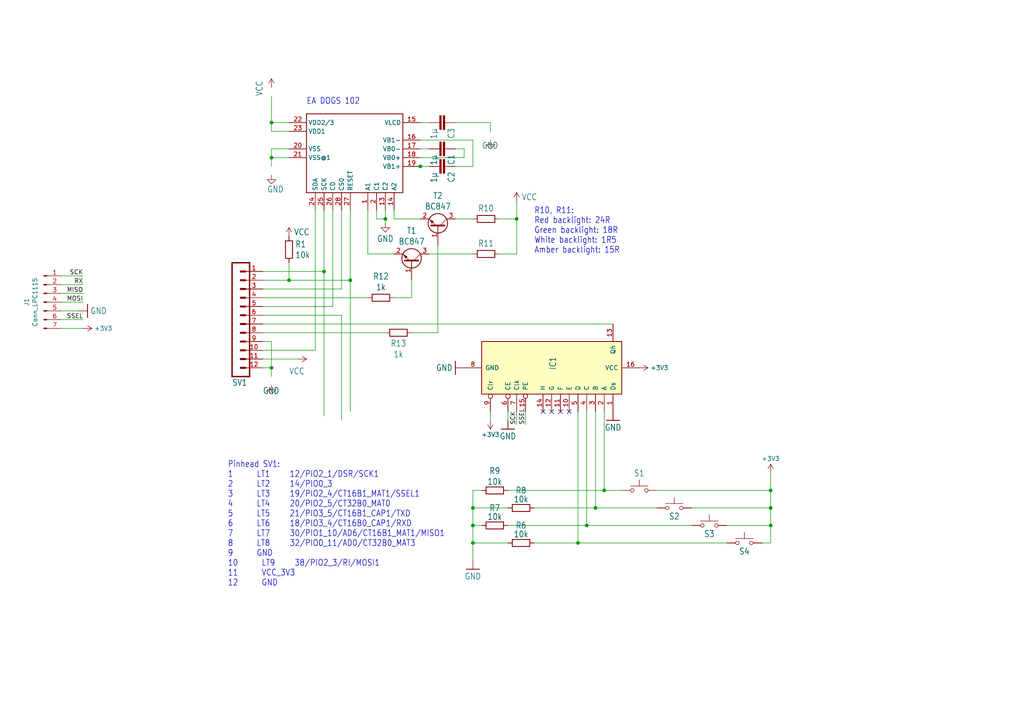
<source format=kicad_sch>
(kicad_sch (version 20230121) (generator eeschema)
  (paper "A4")
  (lib_symbols
    (symbol "74xx:74LS166" (pin_names (offset 1.016))
      (property "Reference" "U" (at -7.62 21.59 0))
      (property "Value" "74LS166" (at -7.62 -21.59 0))
      (symbol "74LS166_1_0"
        (pin input line (at -12.7 17.78 0) (length 5.08) (name "Ds") (number "1"))
        (pin input line (at -12.7 5.08 0) (length 5.08) (name "E") (number "10"))
        (pin input line (at -12.7 2.54 0) (length 5.08) (name "F") (number "11"))
        (pin input line (at -12.7 0 0) (length 5.08) (name "G") (number "12"))
        (pin output line (at 12.7 17.78 180) (length 5.08) (name "Qh") (number "13"))
        (pin input line (at -12.7 -2.54 0) (length 5.08) (name "H") (number "14"))
        (pin input inverted (at -12.7 -7.62 0) (length 5.08) (name "PE") (number "15"))
        (pin power_in line (at 0 25.4 270) (length 5.08) (name "VCC") (number "16"))
        (pin input line (at -12.7 15.24 0) (length 5.08) (name "A") (number "2"))
        (pin input line (at -12.7 12.7 0) (length 5.08) (name "B") (number "3"))
        (pin input line (at -12.7 10.16 0) (length 5.08) (name "C") (number "4"))
        (pin input line (at -12.7 7.62 0) (length 5.08) (name "D") (number "5"))
        (pin input inverted (at -12.7 -12.7 0) (length 5.08) (name "CE") (number "6"))
        (pin input line (at -12.7 -10.16 0) (length 5.08) (name "Clk") (number "7"))
        (pin power_in line (at 0 -25.4 90) (length 5.08) (name "GND") (number "8"))
        (pin input inverted (at -12.7 -17.78 0) (length 5.08) (name "Clr") (number "9"))
      )
      (symbol "74LS166_1_1"
        (rectangle (start -7.62 20.32) (end 7.62 -20.32) (stroke (width 0.254)) (fill (type background)))
      )
    )
    (symbol "Connector:Conn_01x07_Pin" (pin_names (offset 1.016) hide)
      (property "Reference" "J" (at 0 10.16 0))
      (property "Value" "Conn_01x07_Pin" (at 0 -10.16 0))
      (symbol "Conn_01x07_Pin_1_1"
        (polyline (pts (xy 1.27 -7.62) (xy 0.8636 -7.62)) (stroke (width 0.1524)))
        (polyline (pts (xy 1.27 -5.08) (xy 0.8636 -5.08)) (stroke (width 0.1524)))
        (polyline (pts (xy 1.27 -2.54) (xy 0.8636 -2.54)) (stroke (width 0.1524)))
        (polyline (pts (xy 1.27 0) (xy 0.8636 0)) (stroke (width 0.1524)))
        (polyline (pts (xy 1.27 2.54) (xy 0.8636 2.54)) (stroke (width 0.1524)))
        (polyline (pts (xy 1.27 5.08) (xy 0.8636 5.08)) (stroke (width 0.1524)))
        (polyline (pts (xy 1.27 7.62) (xy 0.8636 7.62)) (stroke (width 0.1524)))
        (rectangle (start 0.8636 -7.493) (end 0 -7.747) (stroke (width 0.1524)) (fill (type outline)))
        (rectangle (start 0.8636 -4.953) (end 0 -5.207) (stroke (width 0.1524)) (fill (type outline)))
        (rectangle (start 0.8636 -2.413) (end 0 -2.667) (stroke (width 0.1524)) (fill (type outline)))
        (rectangle (start 0.8636 0.127) (end 0 -0.127) (stroke (width 0.1524)) (fill (type outline)))
        (rectangle (start 0.8636 2.667) (end 0 2.413) (stroke (width 0.1524)) (fill (type outline)))
        (rectangle (start 0.8636 5.207) (end 0 4.953) (stroke (width 0.1524)) (fill (type outline)))
        (rectangle (start 0.8636 7.747) (end 0 7.493) (stroke (width 0.1524)) (fill (type outline)))
        (pin passive line (at 5.08 7.62 180) (length 3.81) (name "Pin_1") (number "1"))
        (pin passive line (at 5.08 5.08 180) (length 3.81) (name "Pin_2") (number "2"))
        (pin passive line (at 5.08 2.54 180) (length 3.81) (name "Pin_3") (number "3"))
        (pin passive line (at 5.08 0 180) (length 3.81) (name "Pin_4") (number "4"))
        (pin passive line (at 5.08 -2.54 180) (length 3.81) (name "Pin_5") (number "5"))
        (pin passive line (at 5.08 -5.08 180) (length 3.81) (name "Pin_6") (number "6"))
        (pin passive line (at 5.08 -7.62 180) (length 3.81) (name "Pin_7") (number "7"))
      )
    )
    (symbol "Device:R" (pin_numbers hide) (pin_names (offset 0))
      (property "Reference" "R" (at 2.032 0 90))
      (property "Value" "R" (at 0 0 90))
      (symbol "R_0_1"
        (rectangle (start -1.016 -2.54) (end 1.016 2.54) (stroke (width 0.254)))
      )
      (symbol "R_1_1"
        (pin passive line (at 0 3.81 270) (length 1.27) (name "~") (number "1"))
        (pin passive line (at 0 -3.81 90) (length 1.27) (name "~") (number "2"))
      )
    )
    (symbol "Switch:SW_Push" (pin_numbers hide) (pin_names (offset 1.016) hide)
      (property "Reference" "SW" (at 1.27 2.54 0))
      (property "Value" "SW_Push" (at 0 -1.524 0))
      (symbol "SW_Push_0_1"
        (circle (center -2.032 0) (radius 0.508))
        (polyline (pts (xy 0 1.27) (xy 0 3.048)))
        (polyline (pts (xy 2.54 1.27) (xy -2.54 1.27)))
        (circle (center 2.032 0) (radius 0.508))
        (pin passive line (at -5.08 0 0) (length 2.54) (name "1") (number "1"))
        (pin passive line (at 5.08 0 180) (length 2.54) (name "2") (number "2"))
      )
    )
    (symbol "Transistor_BJT:BC847" (pin_names (offset 0) hide)
      (property "Reference" "Q" (at 5.08 1.905 0))
      (property "Value" "BC847" (at 5.08 0 0))
      (symbol "BC847_0_1"
        (polyline (pts (xy 0.635 0.635) (xy 2.54 2.54)))
        (polyline (pts (xy 0.635 -0.635) (xy 2.54 -2.54) (xy 2.54 -2.54)))
        (polyline (pts (xy 0.635 1.905) (xy 0.635 -1.905) (xy 0.635 -1.905)) (stroke (width 0.508)))
        (polyline (pts (xy 1.27 -1.778) (xy 1.778 -1.27) (xy 2.286 -2.286) (xy 1.27 -1.778) (xy 1.27 -1.778)) (fill (type outline)))
        (circle (center 1.27 0) (radius 2.8194) (stroke (width 0.254)))
      )
      (symbol "BC847_1_1"
        (pin input line (at -5.08 0 0) (length 5.715) (name "B") (number "1"))
        (pin passive line (at 2.54 -5.08 90) (length 2.54) (name "E") (number "2"))
        (pin passive line (at 2.54 5.08 270) (length 2.54) (name "C") (number "3"))
      )
    )
    (symbol "led-taster_4te_v0.01-eagle-import:C-EUC1210"
      (property "Reference" "C" (at 1.524 0.381 0))
      (symbol "C-EUC1210_1_0"
        (rectangle (start -2.032 -2.032) (end 2.032 -1.524) (fill (type outline)))
        (rectangle (start -2.032 -1.016) (end 2.032 -0.508) (fill (type outline)))
        (polyline (pts (xy 0 -2.54) (xy 0 -2.032)) (stroke (width 0.1524)))
        (polyline (pts (xy 0 0) (xy 0 -0.508)) (stroke (width 0.1524)))
        (pin passive line (at 0 2.54 270) (length 2.54) (name "1") (number "1"))
        (pin passive line (at 0 -5.08 90) (length 2.54) (name "2") (number "2"))
      )
    )
    (symbol "led-taster_4te_v0.01-eagle-import:DOGS102"
      (symbol "DOGS102_1_0"
        (polyline (pts (xy -15.24 -12.7) (xy -15.24 10.16)) (stroke (width 0.254)))
        (polyline (pts (xy -15.24 10.16) (xy 12.7 10.16)) (stroke (width 0.254)))
        (polyline (pts (xy 12.7 -12.7) (xy -15.24 -12.7)) (stroke (width 0.254)))
        (polyline (pts (xy 12.7 10.16) (xy 12.7 -12.7)) (stroke (width 0.254)))
        (pin bidirectional line (at 2.54 -17.78 90) (length 5.08) (name "A1") (number "1"))
        (pin bidirectional line (at 7.62 -17.78 90) (length 5.08) (name "C2") (number "13"))
        (pin bidirectional line (at 10.16 -17.78 90) (length 5.08) (name "A2") (number "14"))
        (pin bidirectional line (at 17.78 7.62 180) (length 5.08) (name "VLCD") (number "15"))
        (pin bidirectional line (at 17.78 2.54 180) (length 5.08) (name "VB1-") (number "16"))
        (pin bidirectional line (at 17.78 0 180) (length 5.08) (name "VB0-") (number "17"))
        (pin bidirectional line (at 17.78 -2.54 180) (length 5.08) (name "VB0+") (number "18"))
        (pin bidirectional line (at 17.78 -5.08 180) (length 5.08) (name "VB1+") (number "19"))
        (pin bidirectional line (at 5.08 -17.78 90) (length 5.08) (name "C1") (number "2"))
        (pin power_in line (at -20.32 0 0) (length 5.08) (name "VSS") (number "20"))
        (pin power_in line (at -20.32 -2.54 0) (length 5.08) (name "VSS@1") (number "21"))
        (pin power_in line (at -20.32 7.62 0) (length 5.08) (name "VDD2/3") (number "22"))
        (pin power_in line (at -20.32 5.08 0) (length 5.08) (name "VDD1") (number "23"))
        (pin bidirectional line (at -12.7 -17.78 90) (length 5.08) (name "SDA") (number "24"))
        (pin bidirectional line (at -10.16 -17.78 90) (length 5.08) (name "SCK") (number "25"))
        (pin bidirectional line (at -7.62 -17.78 90) (length 5.08) (name "CD") (number "26"))
        (pin bidirectional line (at -2.54 -17.78 90) (length 5.08) (name "RESET") (number "27"))
        (pin bidirectional line (at -5.08 -17.78 90) (length 5.08) (name "CS0") (number "28"))
      )
    )
    (symbol "led-taster_4te_v0.01-eagle-import:GND" (power)
      (property "Value" "GND" (at -2.54 -2.54 0))
      (symbol "GND_1_0"
        (polyline (pts (xy -1.905 0) (xy 1.905 0)) (stroke (width 0.254)))
        (pin power_in line (at 0 2.54 270) (length 2.54) (name "GND") (number "1"))
      )
    )
    (symbol "led-taster_4te_v0.01-eagle-import:MA12-1"
      (property "Reference" "SV" (at -1.27 18.542 0))
      (symbol "MA12-1_1_0"
        (polyline (pts (xy -1.27 17.78) (xy -1.27 -15.24)) (stroke (width 0.4064)))
        (polyline (pts (xy -1.27 17.78) (xy 3.81 17.78)) (stroke (width 0.4064)))
        (polyline (pts (xy 1.27 -12.7) (xy 2.54 -12.7)) (stroke (width 0.6096)))
        (polyline (pts (xy 1.27 -10.16) (xy 2.54 -10.16)) (stroke (width 0.6096)))
        (polyline (pts (xy 1.27 -7.62) (xy 2.54 -7.62)) (stroke (width 0.6096)))
        (polyline (pts (xy 1.27 -5.08) (xy 2.54 -5.08)) (stroke (width 0.6096)))
        (polyline (pts (xy 1.27 -2.54) (xy 2.54 -2.54)) (stroke (width 0.6096)))
        (polyline (pts (xy 1.27 0) (xy 2.54 0)) (stroke (width 0.6096)))
        (polyline (pts (xy 1.27 2.54) (xy 2.54 2.54)) (stroke (width 0.6096)))
        (polyline (pts (xy 1.27 5.08) (xy 2.54 5.08)) (stroke (width 0.6096)))
        (polyline (pts (xy 1.27 7.62) (xy 2.54 7.62)) (stroke (width 0.6096)))
        (polyline (pts (xy 1.27 10.16) (xy 2.54 10.16)) (stroke (width 0.6096)))
        (polyline (pts (xy 1.27 12.7) (xy 2.54 12.7)) (stroke (width 0.6096)))
        (polyline (pts (xy 1.27 15.24) (xy 2.54 15.24)) (stroke (width 0.6096)))
        (polyline (pts (xy 3.81 -15.24) (xy -1.27 -15.24)) (stroke (width 0.4064)))
        (polyline (pts (xy 3.81 -15.24) (xy 3.81 17.78)) (stroke (width 0.4064)))
        (pin passive line (at 7.62 -12.7 180) (length 5.08) (name "1") (number "1"))
        (pin passive line (at 7.62 10.16 180) (length 5.08) (name "10") (number "10"))
        (pin passive line (at 7.62 12.7 180) (length 5.08) (name "11") (number "11"))
        (pin passive line (at 7.62 15.24 180) (length 5.08) (name "12") (number "12"))
        (pin passive line (at 7.62 -10.16 180) (length 5.08) (name "2") (number "2"))
        (pin passive line (at 7.62 -7.62 180) (length 5.08) (name "3") (number "3"))
        (pin passive line (at 7.62 -5.08 180) (length 5.08) (name "4") (number "4"))
        (pin passive line (at 7.62 -2.54 180) (length 5.08) (name "5") (number "5"))
        (pin passive line (at 7.62 0 180) (length 5.08) (name "6") (number "6"))
        (pin passive line (at 7.62 2.54 180) (length 5.08) (name "7") (number "7"))
        (pin passive line (at 7.62 5.08 180) (length 5.08) (name "8") (number "8"))
        (pin passive line (at 7.62 7.62 180) (length 5.08) (name "9") (number "9"))
      )
    )
    (symbol "power:+3V3" (power) (pin_names (offset 0))
      (property "Value" "+3V3" (at 0 3.556 0))
      (symbol "+3V3_0_1"
        (polyline (pts (xy -0.762 1.27) (xy 0 2.54)))
        (polyline (pts (xy 0 0) (xy 0 2.54)))
        (polyline (pts (xy 0 2.54) (xy 0.762 1.27)))
      )
      (symbol "+3V3_1_1"
        (pin power_in line (at 0 0 90) (length 0) hide (name "+3V3") (number "1"))
      )
    )
    (symbol "power:GND" (power) (pin_names (offset 0))
      (property "Value" "GND" (at 0 -3.81 0))
      (symbol "GND_0_1"
        (polyline (pts (xy 0 0) (xy 0 -1.27) (xy 1.27 -1.27) (xy 0 -2.54) (xy -1.27 -1.27) (xy 0 -1.27)))
      )
      (symbol "GND_1_1"
        (pin power_in line (at 0 0 270) (length 0) hide (name "GND") (number "1"))
      )
    )
    (symbol "power:VCC" (power) (pin_names (offset 0))
      (property "Value" "VCC" (at 0 3.81 0))
      (symbol "VCC_0_1"
        (polyline (pts (xy -0.762 1.27) (xy 0 2.54)))
        (polyline (pts (xy 0 0) (xy 0 2.54)))
        (polyline (pts (xy 0 2.54) (xy 0.762 1.27)))
      )
      (symbol "VCC_1_1"
        (pin power_in line (at 0 0 90) (length 0) hide (name "VCC") (number "1"))
      )
    )
  )
  (junction (at 223.52 147.32))
  (junction (at 111.76 63.5))
  (junction (at 223.52 152.4))
  (junction (at 121.92 48.26))
  (junction (at 93.98 78.74))
  (junction (at 223.52 142.24))
  (junction (at 101.6 81.28))
  (junction (at 137.16 152.4))
  (junction (at 78.74 106.68))
  (junction (at 137.16 147.32))
  (junction (at 78.74 35.56))
  (junction (at 78.74 45.72))
  (junction (at 170.18 152.4))
  (junction (at 167.64 157.48))
  (junction (at 172.72 147.32))
  (junction (at 175.26 142.24))
  (junction (at 137.16 157.48))
  (junction (at 149.86 63.5))
  (junction (at 83.82 81.28))
  (no_connect (at 160.02 119.38))
  (no_connect (at 165.1 119.38))
  (no_connect (at 157.48 119.38))
  (no_connect (at 162.56 119.38))
  (wire (pts (xy 99.06 91.44) (xy 99.06 121.92)) (stroke (width 0.1524)))
  (wire (pts (xy 142.24 35.56) (xy 142.24 38.1)) (stroke (width 0.1524)))
  (wire (pts (xy 83.82 81.28) (xy 101.6 81.28)) (stroke (width 0.1524)))
  (wire (pts (xy 124.46 73.66) (xy 137.16 73.66)) (stroke (width 0.1524)))
  (wire (pts (xy 127 96.52) (xy 127 71.12)) (stroke (width 0.1524)))
  (wire (pts (xy 78.74 99.06) (xy 78.74 106.68)) (stroke (width 0.1524)))
  (wire (pts (xy 200.66 147.32) (xy 223.52 147.32)) (stroke (width 0.1524)))
  (wire (pts (xy 147.32 142.24) (xy 149.86 142.24)))
  (wire (pts (xy 149.86 63.5) (xy 149.86 58.42)) (stroke (width 0.1524)))
  (wire (pts (xy 17.78 85.09) (xy 24.13 85.09)))
  (wire (pts (xy 96.52 60.96) (xy 96.52 88.9)) (stroke (width 0.1524)))
  (wire (pts (xy 132.08 35.56) (xy 142.24 35.56)) (stroke (width 0.1524)))
  (wire (pts (xy 149.86 73.66) (xy 149.86 63.5)) (stroke (width 0.1524)))
  (wire (pts (xy 109.22 60.96) (xy 109.22 63.5)) (stroke (width 0.1524)))
  (wire (pts (xy 78.74 45.72) (xy 83.82 45.72)) (stroke (width 0.1524)))
  (wire (pts (xy 111.76 63.5) (xy 111.76 60.96)) (stroke (width 0.1524)))
  (wire (pts (xy 142.24 121.92) (xy 142.24 119.38)))
  (wire (pts (xy 119.38 96.52) (xy 121.92 96.52)))
  (wire (pts (xy 154.94 147.32) (xy 172.72 147.32)) (stroke (width 0.1524)))
  (wire (pts (xy 147.32 152.4) (xy 149.86 152.4)))
  (wire (pts (xy 175.26 119.38) (xy 175.26 142.24)) (stroke (width 0.1524)))
  (wire (pts (xy 170.18 152.4) (xy 170.18 119.38)) (stroke (width 0.1524)))
  (wire (pts (xy 76.2 86.36) (xy 106.68 86.36)) (stroke (width 0.1524)))
  (wire (pts (xy 144.78 147.32) (xy 147.32 147.32)))
  (wire (pts (xy 83.82 81.28) (xy 83.82 76.2)) (stroke (width 0.1524)))
  (wire (pts (xy 127 96.52) (xy 121.92 96.52)) (stroke (width 0.1524)))
  (wire (pts (xy 149.86 119.38) (xy 149.86 123.19)) (stroke (width 0.1524)))
  (wire (pts (xy 137.16 152.4) (xy 137.16 147.32)) (stroke (width 0.1524)))
  (wire (pts (xy 78.74 35.56) (xy 78.74 27.94)) (stroke (width 0.1524)))
  (wire (pts (xy 137.16 157.48) (xy 137.16 152.4)) (stroke (width 0.1524)))
  (wire (pts (xy 121.92 48.26) (xy 124.46 48.26)) (stroke (width 0.1524)))
  (wire (pts (xy 17.78 80.01) (xy 24.13 80.01)))
  (wire (pts (xy 83.82 35.56) (xy 78.74 35.56)) (stroke (width 0.1524)))
  (wire (pts (xy 190.5 142.24) (xy 223.52 142.24)) (stroke (width 0.1524)))
  (wire (pts (xy 149.86 152.4) (xy 170.18 152.4)) (stroke (width 0.1524)))
  (wire (pts (xy 137.16 40.64) (xy 121.92 40.64)) (stroke (width 0.1524)))
  (wire (pts (xy 76.2 104.14) (xy 86.36 104.14)) (stroke (width 0.1524)))
  (wire (pts (xy 78.74 38.1) (xy 83.82 38.1)) (stroke (width 0.1524)))
  (wire (pts (xy 223.52 147.32) (xy 223.52 142.24)) (stroke (width 0.1524)))
  (wire (pts (xy 137.16 142.24) (xy 139.7 142.24)) (stroke (width 0.1524)))
  (wire (pts (xy 76.2 91.44) (xy 99.06 91.44)) (stroke (width 0.1524)))
  (wire (pts (xy 76.2 81.28) (xy 83.82 81.28)) (stroke (width 0.1524)))
  (wire (pts (xy 76.2 101.6) (xy 91.44 101.6)) (stroke (width 0.1524)))
  (wire (pts (xy 111.76 96.52) (xy 76.2 96.52)) (stroke (width 0.1524)))
  (wire (pts (xy 78.74 43.18) (xy 78.74 45.72)) (stroke (width 0.1524)))
  (wire (pts (xy 144.78 63.5) (xy 149.86 63.5)) (stroke (width 0.1524)))
  (wire (pts (xy 223.52 142.24) (xy 223.52 137.16)) (stroke (width 0.1524)))
  (wire (pts (xy 167.64 157.48) (xy 210.82 157.48)) (stroke (width 0.1524)))
  (wire (pts (xy 76.2 106.68) (xy 78.74 106.68)) (stroke (width 0.1524)))
  (wire (pts (xy 154.94 157.48) (xy 167.64 157.48)) (stroke (width 0.1524)))
  (wire (pts (xy 210.82 152.4) (xy 223.52 152.4)) (stroke (width 0.1524)))
  (wire (pts (xy 93.98 78.74) (xy 93.98 120.65)) (stroke (width 0.1524)))
  (wire (pts (xy 144.78 157.48) (xy 147.32 157.48)))
  (wire (pts (xy 17.78 92.71) (xy 24.13 92.71)))
  (wire (pts (xy 121.92 43.18) (xy 124.46 43.18)) (stroke (width 0.1524)))
  (wire (pts (xy 175.26 142.24) (xy 180.34 142.24)) (stroke (width 0.1524)))
  (wire (pts (xy 99.06 60.96) (xy 99.06 83.82)) (stroke (width 0.1524)))
  (wire (pts (xy 101.6 119.38) (xy 101.6 81.28)) (stroke (width 0.1524)))
  (wire (pts (xy 175.26 142.24) (xy 149.86 142.24)) (stroke (width 0.1524)))
  (wire (pts (xy 78.74 35.56) (xy 78.74 38.1)) (stroke (width 0.1524)))
  (wire (pts (xy 190.5 147.32) (xy 172.72 147.32)) (stroke (width 0.1524)))
  (wire (pts (xy 17.78 90.17) (xy 22.86 90.17)))
  (wire (pts (xy 101.6 81.28) (xy 101.6 60.96)) (stroke (width 0.1524)))
  (wire (pts (xy 144.78 73.66) (xy 149.86 73.66)) (stroke (width 0.1524)))
  (wire (pts (xy 17.78 82.55) (xy 24.13 82.55)))
  (wire (pts (xy 78.74 45.72) (xy 78.74 48.26)) (stroke (width 0.1524)))
  (wire (pts (xy 134.62 45.72) (xy 121.92 45.72)) (stroke (width 0.1524)))
  (wire (pts (xy 172.72 93.98) (xy 177.8 93.98)))
  (wire (pts (xy 119.38 48.26) (xy 121.92 48.26)) (stroke (width 0.1524)))
  (wire (pts (xy 121.92 63.5) (xy 114.3 63.5)) (stroke (width 0.1524)))
  (wire (pts (xy 132.08 43.18) (xy 134.62 43.18)) (stroke (width 0.1524)))
  (wire (pts (xy 132.08 63.5) (xy 137.16 63.5)) (stroke (width 0.1524)))
  (wire (pts (xy 200.66 152.4) (xy 170.18 152.4)) (stroke (width 0.1524)))
  (wire (pts (xy 119.38 86.36) (xy 119.38 81.28)) (stroke (width 0.1524)))
  (wire (pts (xy 132.08 48.26) (xy 137.16 48.26)) (stroke (width 0.1524)))
  (wire (pts (xy 147.32 121.92) (xy 147.32 119.38)))
  (wire (pts (xy 17.78 87.63) (xy 24.13 87.63)))
  (wire (pts (xy 76.2 93.98) (xy 172.72 93.98)) (stroke (width 0.1524)))
  (wire (pts (xy 106.68 73.66) (xy 106.68 60.96)) (stroke (width 0.1524)))
  (wire (pts (xy 137.16 162.56) (xy 137.16 157.48)) (stroke (width 0.1524)))
  (wire (pts (xy 139.7 152.4) (xy 137.16 152.4)) (stroke (width 0.1524)))
  (wire (pts (xy 111.76 64.77) (xy 111.76 63.5)))
  (wire (pts (xy 83.82 43.18) (xy 78.74 43.18)) (stroke (width 0.1524)))
  (wire (pts (xy 137.16 147.32) (xy 137.16 142.24)) (stroke (width 0.1524)))
  (wire (pts (xy 24.13 95.25) (xy 17.78 95.25)))
  (wire (pts (xy 172.72 147.32) (xy 172.72 119.38)) (stroke (width 0.1524)))
  (wire (pts (xy 91.44 101.6) (xy 91.44 60.96)) (stroke (width 0.1524)))
  (wire (pts (xy 223.52 157.48) (xy 223.52 152.4)) (stroke (width 0.1524)))
  (wire (pts (xy 144.78 157.48) (xy 137.16 157.48)) (stroke (width 0.1524)))
  (wire (pts (xy 109.22 63.5) (xy 111.76 63.5)) (stroke (width 0.1524)))
  (wire (pts (xy 121.92 35.56) (xy 124.46 35.56)) (stroke (width 0.1524)))
  (wire (pts (xy 223.52 152.4) (xy 223.52 147.32)) (stroke (width 0.1524)))
  (wire (pts (xy 134.62 43.18) (xy 134.62 45.72)) (stroke (width 0.1524)))
  (wire (pts (xy 96.52 88.9) (xy 76.2 88.9)) (stroke (width 0.1524)))
  (wire (pts (xy 137.16 48.26) (xy 137.16 40.64)) (stroke (width 0.1524)))
  (wire (pts (xy 99.06 83.82) (xy 76.2 83.82)) (stroke (width 0.1524)))
  (wire (pts (xy 144.78 147.32) (xy 137.16 147.32)) (stroke (width 0.1524)))
  (wire (pts (xy 114.3 86.36) (xy 116.84 86.36)))
  (wire (pts (xy 93.98 78.74) (xy 76.2 78.74)) (stroke (width 0.1524)))
  (wire (pts (xy 167.64 119.38) (xy 167.64 157.48)) (stroke (width 0.1524)))
  (wire (pts (xy 78.74 106.68) (xy 78.74 109.22)) (stroke (width 0.1524)))
  (wire (pts (xy 93.98 78.74) (xy 93.98 60.96)) (stroke (width 0.1524)))
  (wire (pts (xy 76.2 99.06) (xy 78.74 99.06)) (stroke (width 0.1524)))
  (wire (pts (xy 152.4 119.38) (xy 152.4 123.19)))
  (wire (pts (xy 114.3 73.66) (xy 106.68 73.66)) (stroke (width 0.1524)))
  (wire (pts (xy 220.98 157.48) (xy 223.52 157.48)) (stroke (width 0.1524)))
  (wire (pts (xy 114.3 63.5) (xy 114.3 60.96)) (stroke (width 0.1524)))
  (wire (pts (xy 116.84 86.36) (xy 119.38 86.36)) (stroke (width 0.1524)))
  (text "EA DOGS 102" (at 88.9 30.48 0) (effects (font (size 1.778 1.5113)) (justify left bottom)))
  (text "Pinhead SV1:\n1      LT1     12/PIO2_1/DSR/SCK1\n2      LT2     14/PIO0_3\n3      LT3     19/PIO2_4/CT16B1_MAT1/SSEL1\n4      LT4     20/PIO2_5/CT32B0_MAT0\n5      LT5     21/PIO3_5/CT16B1_CAP1/TXD\n6      LT6     18/PIO3_4/CT16B0_CAP1/RXD\n7      LT7     30/PIO1_10/AD6/CT16B1_MAT1/MISO1\n8      LT8     32/PIO0_11/AD0/CT32B0_MAT3\n9      GND\n10      LT9     38/PIO2_3/RI/MOSI1\n11      VCC_3V3\n12      GND" (at 66.04 170.18 0) (effects (font (size 1.778 1.5113)) (justify left bottom)))
  (text "R10, R11:\nRed backlight: 24R\nGreen backlight: 18R\nWhite backlight: 1R5\nAmber backlight: 15R" (at 154.94 73.66 0) (effects (font (size 1.778 1.5113)) (justify left bottom)))
  (label "SCK" (at 149.86 123.19 90))
  (label "RX" (at 24.13 82.55 180))
  (label "SSEL" (at 152.4 123.19 90))
  (label "MISO" (at 24.13 85.09 180))
  (label "MOSI" (at 24.13 87.63 180))
  (label "SSEL" (at 24.13 92.71 180))
  (label "SCK" (at 24.13 80.01 180))
  (symbol (lib_id "Switch:SW_Push") (at 215.9 157.48 0) (unit 1)
    (property "Reference" "S4" (at 215.9 159.9312 0) (effects (font (size 1.778 1.5113))))
    (property "Value" "10-XX" (effects hide))
    (property "Footprint" "led-taster_4te_v0.01:B3F-10XX" (effects hide))
  )
  (symbol (lib_id "74xx:74LS166") (at 160.02 106.68 270) (mirror x) (unit 1)
    (property "Reference" "IC1" (at 159.385 107.315 0) (effects (font (size 1.778 1.5113)) (justify left bottom)))
    (property "Value" "74166D" (effects hide))
    (property "Footprint" "led-taster_4te_v0.01:SO16" (effects hide))
    (property "Datasheet" "http://www.ti.com/lit/gpn/sn74LS166" (effects hide))
  )
  (symbol (lib_id "led-taster_4te_v0.01-eagle-import:GND") (at 137.16 165.1 0) (unit 1)
    (property "Reference" "#GND04" (effects hide))
    (property "Value" "GND" (at 137.16 167.1702 0) (effects (font (size 1.778 1.5113))))
  )
  (symbol (lib_id "Device:R") (at 143.51 142.24 90) (unit 1)
    (property "Reference" "R9" (at 143.51 136.5756 90) (effects (font (size 1.778 1.5113))))
    (property "Value" "10k" (at 143.51 139.7 90) (effects (font (size 1.778 1.5113))))
    (property "Footprint" "led-taster_4te_v0.01:R1206" (effects hide))
  )
  (symbol (lib_id "power:GND") (at 78.74 111.76 0) (unit 1)
    (property "Reference" "#GND3" (effects hide))
    (property "Value" "GND" (at 76.2 114.3 0) (effects (font (size 1.778 1.5113)) (justify left bottom)))
  )
  (symbol (lib_id "power:+3V3") (at 223.52 137.16 0) (unit 1)
    (property "Reference" "#PWR03" (effects hide))
    (property "Value" "+3V3" (at 223.52 133.0269 0))
  )
  (symbol (lib_id "led-taster_4te_v0.01-eagle-import:C-EUC1210") (at 129.54 43.18 270) (unit 1)
    (property "Reference" "C1" (at 129.921 44.704 0) (effects (font (size 1.778 1.5113)) (justify left bottom)))
    (property "Value" "1µ" (at 124.841 44.704 0) (effects (font (size 1.778 1.5113)) (justify left bottom)))
    (property "Footprint" "led-taster_4te_v0.01:C1210" (effects hide))
  )
  (symbol (lib_id "Switch:SW_Push") (at 195.58 147.32 0) (unit 1)
    (property "Reference" "S2" (at 195.58 149.7712 0) (effects (font (size 1.778 1.5113))))
    (property "Value" "10-XX" (effects hide))
    (property "Footprint" "led-taster_4te_v0.01:B3F-10XX" (effects hide))
  )
  (symbol (lib_id "Device:R") (at 143.51 152.4 90) (unit 1)
    (property "Reference" "R7" (at 143.51 147.32 90) (effects (font (size 1.778 1.5113))))
    (property "Value" "10k" (at 143.51 149.86 90) (effects (font (size 1.778 1.5113))))
    (property "Footprint" "led-taster_4te_v0.01:R1206" (effects hide))
  )
  (symbol (lib_id "led-taster_4te_v0.01-eagle-import:GND") (at 132.08 106.68 270) (unit 1)
    (property "Reference" "#GND05" (effects hide))
    (property "Value" "GND" (at 131.318 106.68 90) (effects (font (size 1.778 1.5113)) (justify right)))
  )
  (symbol (lib_id "Device:R") (at 151.13 157.48 90) (unit 1)
    (property "Reference" "R6" (at 151.13 152.4 90) (effects (font (size 1.778 1.5113))))
    (property "Value" "10k" (at 151.13 154.94 90) (effects (font (size 1.778 1.5113))))
    (property "Footprint" "led-taster_4te_v0.01:R1206" (effects hide))
  )
  (symbol (lib_id "Connector:Conn_01x07_Pin") (at 12.7 87.63 0) (unit 1)
    (property "Reference" "J1" (at 7.7358 87.63 90))
    (property "Value" "Conn_LPC1115" (at 10.16 87.63 90))
  )
  (symbol (lib_id "power:GND") (at 142.24 40.64 0) (unit 1)
    (property "Reference" "#GND2" (effects hide))
    (property "Value" "GND" (at 139.7 43.18 0) (effects (font (size 1.778 1.5113)) (justify left bottom)))
  )
  (symbol (lib_id "Device:R") (at 83.82 72.39 180) (unit 1)
    (property "Reference" "R1" (at 85.598 70.8278 0) (effects (font (size 1.778 1.5113)) (justify right)))
    (property "Value" "10k" (at 85.598 73.9522 0) (effects (font (size 1.778 1.5113)) (justify right)))
    (property "Footprint" "led-taster_4te_v0.01:R1206" (effects hide))
  )
  (symbol (lib_id "led-taster_4te_v0.01-eagle-import:C-EUC1210") (at 129.54 48.26 270) (unit 1)
    (property "Reference" "C2" (at 129.921 49.784 0) (effects (font (size 1.778 1.5113)) (justify left bottom)))
    (property "Value" "1µ" (at 124.841 49.784 0) (effects (font (size 1.778 1.5113)) (justify left bottom)))
    (property "Footprint" "led-taster_4te_v0.01:C1210" (effects hide))
  )
  (symbol (lib_id "Transistor_BJT:BC847") (at 127 66.04 270) (mirror x) (unit 1)
    (property "Reference" "T2" (at 127 56.756 90) (effects (font (size 1.778 1.5113))))
    (property "Value" "BC847" (at 127 59.8804 90) (effects (font (size 1.778 1.5113))))
    (property "Footprint" "Package_TO_SOT_SMD:SOT-23" (effects hide))
    (property "Datasheet" "http://www.infineon.com/dgdl/Infineon-BC847SERIES_BC848SERIES_BC849SERIES_BC850SERIES-DS-v01_01-en.pdf?fileId=db3a304314dca389011541d4630a1657" (effects hide))
  )
  (symbol (lib_id "power:VCC") (at 149.86 58.42 0) (unit 1)
    (property "Reference" "#+3V5" (effects hide))
    (property "Value" "VCC" (at 151.257 57.15 0) (effects (font (size 1.778 1.5113)) (justify left)))
  )
  (symbol (lib_id "power:GND") (at 78.74 50.8 0) (unit 1)
    (property "Reference" "#GND1" (effects hide))
    (property "Value" "GND" (at 77.47 55.88 0) (effects (font (size 1.778 1.5113)) (justify left bottom)))
  )
  (symbol (lib_id "power:VCC") (at 83.82 68.58 0) (unit 1)
    (property "Reference" "#+3V4" (effects hide))
    (property "Value" "VCC" (at 85.217 67.31 0) (effects (font (size 1.778 1.5113)) (justify left)))
  )
  (symbol (lib_id "Switch:SW_Push") (at 185.42 142.24 0) (unit 1)
    (property "Reference" "S1" (at 185.42 137.2488 0) (effects (font (size 1.778 1.5113))))
    (property "Value" "10-XX" (effects hide))
    (property "Footprint" "led-taster_4te_v0.01:B3F-10XX" (effects hide))
  )
  (symbol (lib_id "led-taster_4te_v0.01-eagle-import:GND") (at 25.4 90.17 90) (unit 1)
    (property "Reference" "#GND010" (effects hide))
    (property "Value" "GND" (at 26.162 90.17 90) (effects (font (size 1.778 1.5113)) (justify right)))
  )
  (symbol (lib_id "Device:R") (at 110.49 86.36 270) (unit 1)
    (property "Reference" "R12" (at 110.49 80.1494 90) (effects (font (size 1.778 1.5113))))
    (property "Value" "1k" (at 110.49 83.2738 90) (effects (font (size 1.778 1.5113))))
    (property "Footprint" "led-taster_4te_v0.01:R1206" (effects hide))
  )
  (symbol (lib_id "Device:R") (at 115.57 96.52 270) (unit 1)
    (property "Reference" "R13" (at 115.57 99.6062 90) (effects (font (size 1.778 1.5113))))
    (property "Value" "1k" (at 115.57 102.7306 90) (effects (font (size 1.778 1.5113))))
    (property "Footprint" "led-taster_4te_v0.01:R1206" (effects hide))
  )
  (symbol (lib_id "Device:R") (at 151.13 147.32 90) (unit 1)
    (property "Reference" "R8" (at 151.13 142.24 90) (effects (font (size 1.778 1.5113))))
    (property "Value" "10k" (at 151.13 144.78 90) (effects (font (size 1.778 1.5113))))
    (property "Footprint" "led-taster_4te_v0.01:R1206" (effects hide))
  )
  (symbol (lib_id "Device:R") (at 140.97 73.66 270) (unit 1)
    (property "Reference" "R11" (at 140.97 70.5738 90) (effects (font (size 1.778 1.5113))))
    (property "Value" "R-EU_R1206" (effects hide))
    (property "Footprint" "led-taster_4te_v0.01:R1206" (effects hide))
  )
  (symbol (lib_id "Device:R") (at 140.97 63.5 270) (unit 1)
    (property "Reference" "R10" (at 140.97 60.4138 90) (effects (font (size 1.778 1.5113))))
    (property "Value" "R-EU_R1206" (effects hide))
    (property "Footprint" "led-taster_4te_v0.01:R1206" (effects hide))
  )
  (symbol (lib_id "power:VCC") (at 78.74 25.4 0) (unit 1)
    (property "Reference" "#+3V1" (effects hide))
    (property "Value" "VCC" (at 76.2 27.94 90) (effects (font (size 1.778 1.5113)) (justify left bottom)))
  )
  (symbol (lib_id "Switch:SW_Push") (at 205.74 152.4 0) (unit 1)
    (property "Reference" "S3" (at 205.74 154.8512 0) (effects (font (size 1.778 1.5113))))
    (property "Value" "10-XX" (effects hide))
    (property "Footprint" "led-taster_4te_v0.01:B3F-10XX" (effects hide))
  )
  (symbol (lib_id "led-taster_4te_v0.01-eagle-import:DOGS102") (at 104.14 43.18 0) (unit 1)
    (property "Reference" "EA_DOGS102" (effects hide))
    (property "Value" "DOGS102" (effects hide))
    (property "Footprint" "led-taster_4te_v0.01:DOGS102" (effects hide))
  )
  (symbol (lib_id "led-taster_4te_v0.01-eagle-import:C-EUC1210") (at 129.54 35.56 270) (unit 1)
    (property "Reference" "C3" (at 129.921 37.084 0) (effects (font (size 1.778 1.5113)) (justify left bottom)))
    (property "Value" "1µ" (at 124.841 37.084 0) (effects (font (size 1.778 1.5113)) (justify left bottom)))
    (property "Footprint" "led-taster_4te_v0.01:C1210" (effects hide))
  )
  (symbol (lib_id "power:+3V3") (at 24.13 95.25 270) (unit 1)
    (property "Reference" "#PWR01" (effects hide))
    (property "Value" "+3V3" (at 27.305 95.25 90) (effects (justify left)))
  )
  (symbol (lib_id "led-taster_4te_v0.01-eagle-import:GND") (at 177.8 121.92 0) (unit 1)
    (property "Reference" "#GND09" (effects hide))
    (property "Value" "GND" (at 177.8 123.9902 0) (effects (font (size 1.778 1.5113))))
  )
  (symbol (lib_id "led-taster_4te_v0.01-eagle-import:MA12-1") (at 68.58 91.44 0) (mirror x) (unit 1)
    (property "Reference" "SV1" (at 67.31 109.982 0) (effects (font (size 1.778 1.5113)) (justify left bottom)))
    (property "Value" "MA12-1" (effects hide))
    (property "Footprint" "led-taster_4te_v0.01:MA12-1" (effects hide))
  )
  (symbol (lib_id "power:GND") (at 111.76 64.77 0) (unit 1)
    (property "Reference" "#GND7" (effects hide))
    (property "Value" "GND" (at 111.76 69.2532 0) (effects (font (size 1.778 1.5113))))
  )
  (symbol (lib_id "led-taster_4te_v0.01-eagle-import:GND") (at 147.32 124.46 0) (unit 1)
    (property "Reference" "#GND06" (effects hide))
    (property "Value" "GND" (at 147.32 126.5302 0) (effects (font (size 1.778 1.5113))))
  )
  (symbol (lib_id "Transistor_BJT:BC847") (at 119.38 76.2 270) (mirror x) (unit 1)
    (property "Reference" "T1" (at 119.38 66.916 90) (effects (font (size 1.778 1.5113))))
    (property "Value" "BC847" (at 119.38 70.0404 90) (effects (font (size 1.778 1.5113))))
    (property "Footprint" "Package_TO_SOT_SMD:SOT-23" (effects hide))
    (property "Datasheet" "http://www.infineon.com/dgdl/Infineon-BC847SERIES_BC848SERIES_BC849SERIES_BC850SERIES-DS-v01_01-en.pdf?fileId=db3a304314dca389011541d4630a1657" (effects hide))
  )
  (symbol (lib_id "power:+3V3") (at 185.42 106.68 270) (unit 1)
    (property "Reference" "#PWR02" (effects hide))
    (property "Value" "+3V3" (at 188.595 106.68 90) (effects (justify left)))
  )
  (symbol (lib_id "power:+3V3") (at 142.24 121.92 180) (unit 1)
    (property "Reference" "#PWR04" (effects hide))
    (property "Value" "+3V3" (at 142.24 126.0531 0))
  )
  (symbol (lib_id "power:VCC") (at 86.36 104.14 270) (mirror x) (unit 1)
    (property "Reference" "#+3V2" (effects hide))
    (property "Value" "VCC" (at 83.82 106.68 90) (effects (font (size 1.778 1.5113)) (justify left bottom)))
  )
)
</source>
